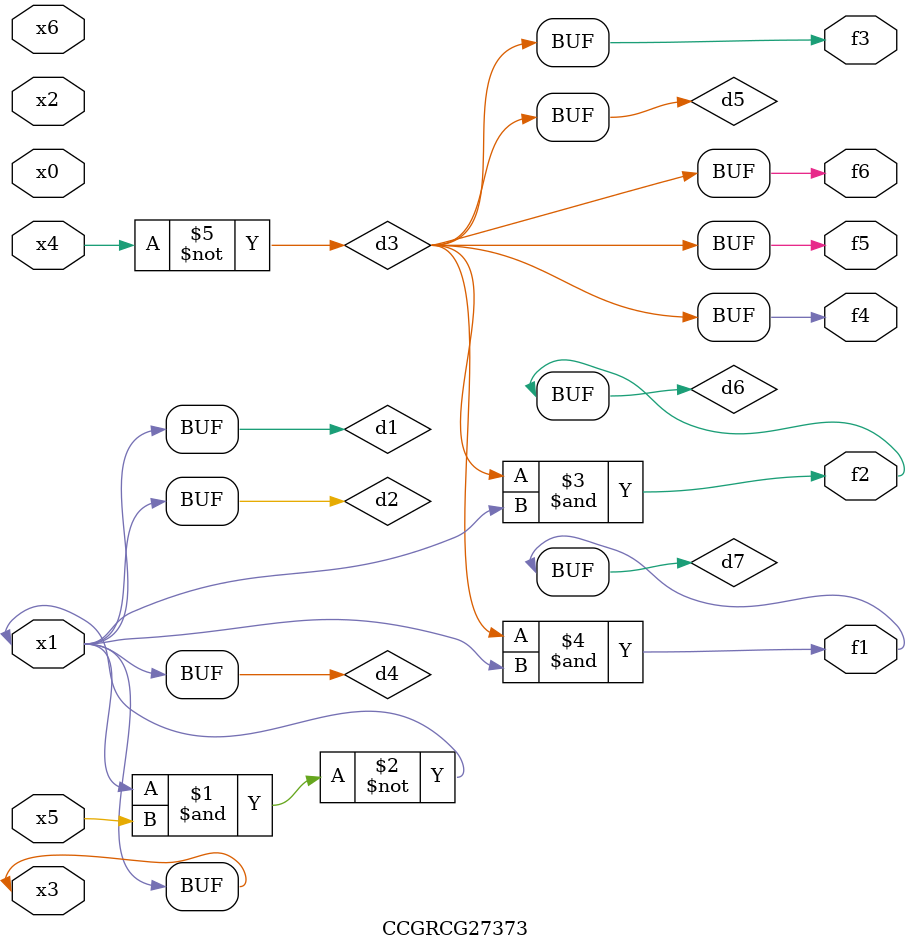
<source format=v>
module CCGRCG27373(
	input x0, x1, x2, x3, x4, x5, x6,
	output f1, f2, f3, f4, f5, f6
);

	wire d1, d2, d3, d4, d5, d6, d7;

	buf (d1, x1, x3);
	nand (d2, x1, x5);
	not (d3, x4);
	buf (d4, d1, d2);
	buf (d5, d3);
	and (d6, d3, d4);
	and (d7, d3, d4);
	assign f1 = d7;
	assign f2 = d6;
	assign f3 = d5;
	assign f4 = d5;
	assign f5 = d5;
	assign f6 = d5;
endmodule

</source>
